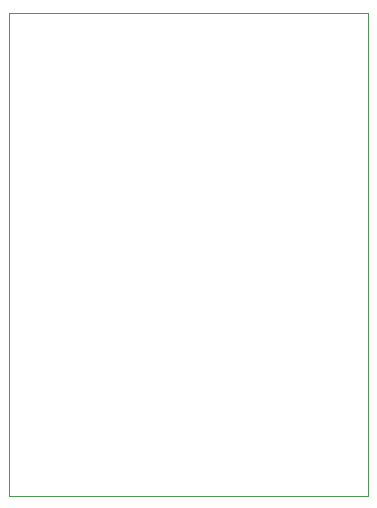
<source format=gbr>
%TF.GenerationSoftware,KiCad,Pcbnew,(6.0.1)*%
%TF.CreationDate,2022-02-14T12:02:22-05:00*%
%TF.ProjectId,Emrax_Breakout,456d7261-785f-4427-9265-616b6f75742e,rev?*%
%TF.SameCoordinates,Original*%
%TF.FileFunction,Profile,NP*%
%FSLAX46Y46*%
G04 Gerber Fmt 4.6, Leading zero omitted, Abs format (unit mm)*
G04 Created by KiCad (PCBNEW (6.0.1)) date 2022-02-14 12:02:22*
%MOMM*%
%LPD*%
G01*
G04 APERTURE LIST*
%TA.AperFunction,Profile*%
%ADD10C,0.050000*%
%TD*%
G04 APERTURE END LIST*
D10*
X122047000Y-48641000D02*
X152400000Y-48641000D01*
X152400000Y-48641000D02*
X152400000Y-89535000D01*
X152400000Y-89535000D02*
X122047000Y-89535000D01*
X122047000Y-89535000D02*
X122047000Y-48641000D01*
M02*

</source>
